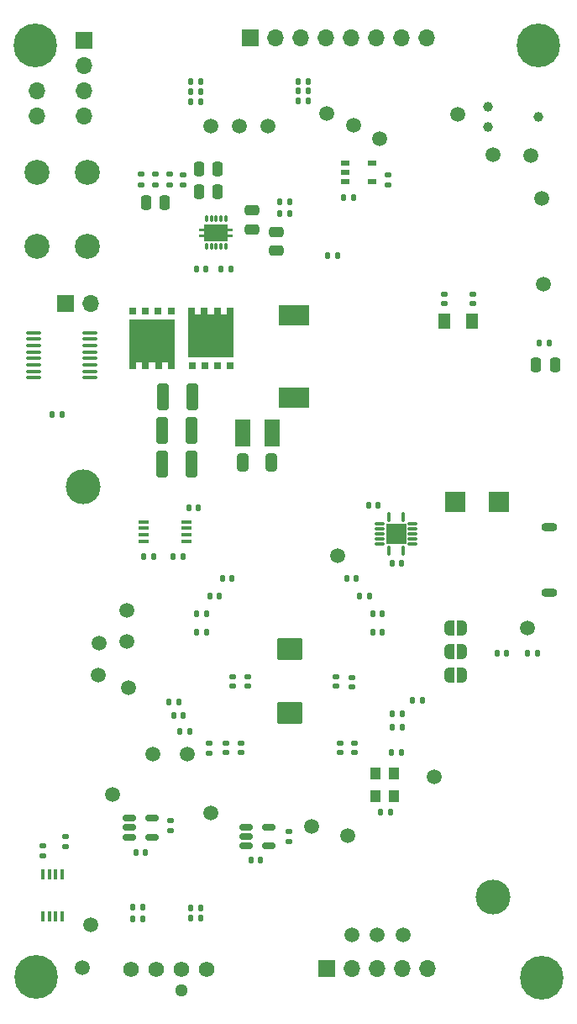
<source format=gbr>
%TF.GenerationSoftware,KiCad,Pcbnew,7.0.6-0*%
%TF.CreationDate,2023-08-11T12:33:22-04:00*%
%TF.ProjectId,bitaxeMax,62697461-7865-44d6-9178-2e6b69636164,rev?*%
%TF.SameCoordinates,Original*%
%TF.FileFunction,Soldermask,Top*%
%TF.FilePolarity,Negative*%
%FSLAX46Y46*%
G04 Gerber Fmt 4.6, Leading zero omitted, Abs format (unit mm)*
G04 Created by KiCad (PCBNEW 7.0.6-0) date 2023-08-11 12:33:22*
%MOMM*%
%LPD*%
G01*
G04 APERTURE LIST*
G04 Aperture macros list*
%AMRoundRect*
0 Rectangle with rounded corners*
0 $1 Rounding radius*
0 $2 $3 $4 $5 $6 $7 $8 $9 X,Y pos of 4 corners*
0 Add a 4 corners polygon primitive as box body*
4,1,4,$2,$3,$4,$5,$6,$7,$8,$9,$2,$3,0*
0 Add four circle primitives for the rounded corners*
1,1,$1+$1,$2,$3*
1,1,$1+$1,$4,$5*
1,1,$1+$1,$6,$7*
1,1,$1+$1,$8,$9*
0 Add four rect primitives between the rounded corners*
20,1,$1+$1,$2,$3,$4,$5,0*
20,1,$1+$1,$4,$5,$6,$7,0*
20,1,$1+$1,$6,$7,$8,$9,0*
20,1,$1+$1,$8,$9,$2,$3,0*%
%AMFreePoly0*
4,1,19,0.500000,-0.750000,0.000000,-0.750000,0.000000,-0.744911,-0.071157,-0.744911,-0.207708,-0.704816,-0.327430,-0.627875,-0.420627,-0.520320,-0.479746,-0.390866,-0.500000,-0.250000,-0.500000,0.250000,-0.479746,0.390866,-0.420627,0.520320,-0.327430,0.627875,-0.207708,0.704816,-0.071157,0.744911,0.000000,0.744911,0.000000,0.750000,0.500000,0.750000,0.500000,-0.750000,0.500000,-0.750000,
$1*%
%AMFreePoly1*
4,1,19,0.000000,0.744911,0.071157,0.744911,0.207708,0.704816,0.327430,0.627875,0.420627,0.520320,0.479746,0.390866,0.500000,0.250000,0.500000,-0.250000,0.479746,-0.390866,0.420627,-0.520320,0.327430,-0.627875,0.207708,-0.704816,0.071157,-0.744911,0.000000,-0.744911,0.000000,-0.750000,-0.500000,-0.750000,-0.500000,0.750000,0.000000,0.750000,0.000000,0.744911,0.000000,0.744911,
$1*%
%AMFreePoly2*
4,1,35,0.005000,-4.560000,0.003536,-4.563536,0.000000,-4.565000,-5.000000,-4.565000,-5.003536,-4.563536,-5.005000,-4.560000,-5.005000,-3.898000,-5.003536,-3.894464,-5.000000,-3.893000,-4.325000,-3.893000,-4.325000,-3.269700,-5.000000,-3.269700,-5.003536,-3.268236,-5.005000,-3.264700,-5.005000,-2.599700,-5.003536,-2.596164,-5.000000,-2.594700,-4.325000,-2.594700,-4.325000,-1.971400,-5.000000,-1.971400,
-5.003536,-1.969936,-5.005000,-1.966400,-5.005000,-1.301400,-5.003536,-1.297864,-5.000000,-1.296400,-4.325000,-1.296400,-4.325000,-0.673100,-5.000000,-0.673100,-5.003536,-0.671636,-5.005000,-0.668100,-5.005000,0.000000,-5.003536,0.003536,-5.000000,0.005000,0.005000,0.005000,0.005000,-4.560000,0.005000,-4.560000,$1*%
%AMFreePoly3*
4,1,45,-0.199646,1.700354,-0.199500,1.700000,-0.199500,1.200500,0.199500,1.200500,0.199500,1.700000,0.199646,1.700354,0.200000,1.700500,0.450000,1.700500,0.450354,1.700354,0.450500,1.700000,0.450500,1.200500,0.825000,1.200500,0.825354,1.200354,0.825500,1.200000,0.825500,-1.200000,0.825354,-1.200354,0.825000,-1.200500,0.450500,-1.200500,0.450500,-1.700000,0.450354,-1.700354,
0.450000,-1.700500,0.200000,-1.700500,0.199646,-1.700354,0.199500,-1.700000,0.199500,-1.200500,-0.199500,-1.200500,-0.199500,-1.700000,-0.199646,-1.700354,-0.200000,-1.700500,-0.450000,-1.700500,-0.450354,-1.700354,-0.450500,-1.700000,-0.450500,-1.200500,-0.825000,-1.200500,-0.825354,-1.200354,-0.825500,-1.200000,-0.825500,1.200000,-0.825354,1.200354,-0.825000,1.200500,-0.450500,1.200500,
-0.450500,1.700000,-0.450354,1.700354,-0.450000,1.700500,-0.200000,1.700500,-0.199646,1.700354,-0.199646,1.700354,$1*%
G04 Aperture macros list end*
%ADD10RoundRect,0.135000X-0.135000X-0.185000X0.135000X-0.185000X0.135000X0.185000X-0.135000X0.185000X0*%
%ADD11RoundRect,0.250000X0.475000X-0.250000X0.475000X0.250000X-0.475000X0.250000X-0.475000X-0.250000X0*%
%ADD12RoundRect,0.140000X0.140000X0.170000X-0.140000X0.170000X-0.140000X-0.170000X0.140000X-0.170000X0*%
%ADD13RoundRect,0.100000X-0.637500X-0.100000X0.637500X-0.100000X0.637500X0.100000X-0.637500X0.100000X0*%
%ADD14RoundRect,0.140000X-0.170000X0.140000X-0.170000X-0.140000X0.170000X-0.140000X0.170000X0.140000X0*%
%ADD15R,2.000000X2.000000*%
%ADD16RoundRect,0.135000X-0.185000X0.135000X-0.185000X-0.135000X0.185000X-0.135000X0.185000X0.135000X0*%
%ADD17C,1.500000*%
%ADD18RoundRect,0.250000X0.250000X0.475000X-0.250000X0.475000X-0.250000X-0.475000X0.250000X-0.475000X0*%
%ADD19FreePoly0,180.000000*%
%ADD20FreePoly1,180.000000*%
%ADD21RoundRect,0.135000X0.135000X0.185000X-0.135000X0.185000X-0.135000X-0.185000X0.135000X-0.185000X0*%
%ADD22C,3.500000*%
%ADD23RoundRect,0.250000X-0.475000X0.250000X-0.475000X-0.250000X0.475000X-0.250000X0.475000X0.250000X0*%
%ADD24RoundRect,0.250000X-0.250000X-0.475000X0.250000X-0.475000X0.250000X0.475000X-0.250000X0.475000X0*%
%ADD25R,1.168400X1.600200*%
%ADD26RoundRect,0.150000X-0.512500X-0.150000X0.512500X-0.150000X0.512500X0.150000X-0.512500X0.150000X0*%
%ADD27RoundRect,0.140000X0.170000X-0.140000X0.170000X0.140000X-0.170000X0.140000X-0.170000X-0.140000X0*%
%ADD28R,0.400000X1.100000*%
%ADD29RoundRect,0.140000X-0.140000X-0.170000X0.140000X-0.170000X0.140000X0.170000X-0.140000X0.170000X0*%
%ADD30O,1.700000X1.700000*%
%ADD31RoundRect,0.007800X-0.122200X0.442200X-0.122200X-0.442200X0.122200X-0.442200X0.122200X0.442200X0*%
%ADD32RoundRect,0.007800X-0.442200X-0.122200X0.442200X-0.122200X0.442200X0.122200X-0.442200X0.122200X0*%
%ADD33R,2.050000X2.050000*%
%ADD34R,3.100000X2.000000*%
%ADD35RoundRect,0.135000X0.185000X-0.135000X0.185000X0.135000X-0.185000X0.135000X-0.185000X-0.135000X0*%
%ADD36C,0.700000*%
%ADD37C,4.400000*%
%ADD38R,1.100000X0.400000*%
%ADD39RoundRect,0.250000X-1.025000X0.875000X-1.025000X-0.875000X1.025000X-0.875000X1.025000X0.875000X0*%
%ADD40R,0.700000X0.800000*%
%ADD41FreePoly2,270.000000*%
%ADD42RoundRect,0.007874X-0.112126X0.292126X-0.112126X-0.292126X0.112126X-0.292126X0.112126X0.292126X0*%
%ADD43C,0.400000*%
%ADD44FreePoly3,270.000000*%
%ADD45R,1.600000X2.700000*%
%ADD46FreePoly2,90.000000*%
%ADD47RoundRect,0.250000X-0.325000X-1.100000X0.325000X-1.100000X0.325000X1.100000X-0.325000X1.100000X0*%
%ADD48R,1.100000X1.300000*%
%ADD49RoundRect,0.250000X0.325000X0.650000X-0.325000X0.650000X-0.325000X-0.650000X0.325000X-0.650000X0*%
%ADD50R,0.952500X0.558800*%
%ADD51C,1.295400*%
%ADD52C,1.574800*%
%ADD53R,1.700000X1.700000*%
%ADD54C,2.520000*%
%ADD55C,0.990600*%
%ADD56O,1.600200X0.914400*%
G04 APERTURE END LIST*
D10*
%TO.C,R26*%
X95600000Y-55220000D03*
X96620000Y-55220000D03*
%TD*%
D11*
%TO.C,C43*%
X104265600Y-71247800D03*
X104265600Y-69347800D03*
%TD*%
D12*
%TO.C,C19*%
X116860000Y-102703600D03*
X115900000Y-102703600D03*
%TD*%
D13*
%TO.C,U8*%
X79777500Y-79495000D03*
X79777500Y-80145000D03*
X79777500Y-80795000D03*
X79777500Y-81445000D03*
X79777500Y-82095000D03*
X79777500Y-82745000D03*
X79777500Y-83395000D03*
X79777500Y-84045000D03*
X85502500Y-84045000D03*
X85502500Y-83395000D03*
X85502500Y-82745000D03*
X85502500Y-82095000D03*
X85502500Y-81445000D03*
X85502500Y-80795000D03*
X85502500Y-80145000D03*
X85502500Y-79495000D03*
%TD*%
D14*
%TO.C,C7*%
X99820000Y-114150000D03*
X99820000Y-115110000D03*
%TD*%
D15*
%TO.C,D1*%
X122260000Y-96520000D03*
X126660000Y-96520000D03*
%TD*%
D10*
%TO.C,R7*%
X93400000Y-116670000D03*
X94420000Y-116670000D03*
%TD*%
D16*
%TO.C,R13*%
X90649600Y-63569000D03*
X90649600Y-64589000D03*
%TD*%
D17*
%TO.C,TP26*%
X100520000Y-58700000D03*
%TD*%
D12*
%TO.C,C1*%
X115730000Y-127810000D03*
X114770000Y-127810000D03*
%TD*%
D18*
%TO.C,C41*%
X98355400Y-63005800D03*
X96455400Y-63005800D03*
%TD*%
D17*
%TO.C,TP19*%
X131156000Y-74610000D03*
%TD*%
D19*
%TO.C,JP2*%
X123010000Y-111640000D03*
D20*
X121710000Y-111640000D03*
%TD*%
D21*
%TO.C,R1*%
X119000000Y-116520000D03*
X117980000Y-116520000D03*
%TD*%
D12*
%TO.C,C3*%
X114920000Y-107790000D03*
X113960000Y-107790000D03*
%TD*%
D22*
%TO.C,H6*%
X84764000Y-94984000D03*
%TD*%
D23*
%TO.C,C38*%
X101783000Y-67211600D03*
X101783000Y-69111600D03*
%TD*%
D17*
%TO.C,TP5*%
X111440000Y-130160000D03*
%TD*%
D10*
%TO.C,R27*%
X106450000Y-55180000D03*
X107470000Y-55180000D03*
%TD*%
D14*
%TO.C,C25*%
X105540000Y-129760000D03*
X105540000Y-130720000D03*
%TD*%
D24*
%TO.C,C45*%
X91120000Y-66420000D03*
X93020000Y-66420000D03*
%TD*%
D25*
%TO.C,Y1*%
X124017400Y-78349000D03*
X121172600Y-78349000D03*
%TD*%
D17*
%TO.C,TP16*%
X85570000Y-139110000D03*
%TD*%
%TO.C,TP15*%
X84690000Y-143470000D03*
%TD*%
D26*
%TO.C,U5*%
X89482500Y-128390000D03*
X89482500Y-129340000D03*
X89482500Y-130290000D03*
X91757500Y-130290000D03*
X91757500Y-128390000D03*
%TD*%
D24*
%TO.C,C51*%
X130440000Y-82740000D03*
X132340000Y-82740000D03*
%TD*%
D17*
%TO.C,TP23*%
X122556000Y-57528000D03*
%TD*%
D16*
%TO.C,R6*%
X97500000Y-120830000D03*
X97500000Y-121850000D03*
%TD*%
D17*
%TO.C,TP30*%
X114630000Y-59948000D03*
%TD*%
D26*
%TO.C,U6*%
X101182500Y-129290000D03*
X101182500Y-130240000D03*
X101182500Y-131190000D03*
X103457500Y-131190000D03*
X103457500Y-129290000D03*
%TD*%
D17*
%TO.C,TP31*%
X129540000Y-109220000D03*
%TD*%
D22*
%TO.C,H5*%
X126130000Y-136350000D03*
%TD*%
D12*
%TO.C,C50*%
X127480000Y-111760000D03*
X126520000Y-111760000D03*
%TD*%
D27*
%TO.C,C4*%
X110660000Y-121800000D03*
X110660000Y-120840000D03*
%TD*%
D28*
%TO.C,U7*%
X82655000Y-134030000D03*
X82005000Y-134030000D03*
X81355000Y-134030000D03*
X80705000Y-134030000D03*
X80705000Y-138330000D03*
X81355000Y-138330000D03*
X82005000Y-138330000D03*
X82655000Y-138330000D03*
%TD*%
D12*
%TO.C,C12*%
X99780000Y-104240000D03*
X98820000Y-104240000D03*
%TD*%
D29*
%TO.C,C52*%
X130790000Y-80550000D03*
X131750000Y-80550000D03*
%TD*%
D19*
%TO.C,JP3*%
X123010000Y-114030000D03*
D20*
X121710000Y-114030000D03*
%TD*%
D10*
%TO.C,R29*%
X106450000Y-56190000D03*
X107470000Y-56190000D03*
%TD*%
D27*
%TO.C,C30*%
X124043000Y-76576000D03*
X124043000Y-75616000D03*
%TD*%
D30*
%TO.C,*%
X80110000Y-55129000D03*
%TD*%
D31*
%TO.C,U2*%
X115580000Y-98098600D03*
D32*
X114645000Y-98783600D03*
X114645000Y-99283600D03*
X114645000Y-99783600D03*
X114645000Y-100283600D03*
X114645000Y-100783600D03*
D31*
X115580000Y-101468600D03*
X117080000Y-101468600D03*
D32*
X118015000Y-100783600D03*
X118015000Y-100283600D03*
X118015000Y-99783600D03*
X118015000Y-99283600D03*
X118015000Y-98783600D03*
D31*
X117080000Y-98098600D03*
D33*
X116330000Y-99783600D03*
%TD*%
D16*
%TO.C,R10*%
X94828800Y-63573600D03*
X94828800Y-64593600D03*
%TD*%
D17*
%TO.C,TP17*%
X131044000Y-65978000D03*
%TD*%
D34*
%TO.C,L1*%
X106000600Y-77761400D03*
X106000600Y-86081400D03*
%TD*%
D35*
%TO.C,R15*%
X93465000Y-64589000D03*
X93465000Y-63569000D03*
%TD*%
D17*
%TO.C,TP29*%
X112020000Y-58630000D03*
%TD*%
D12*
%TO.C,C15*%
X98490000Y-106040000D03*
X97530000Y-106040000D03*
%TD*%
D17*
%TO.C,TP32*%
X95310000Y-121910000D03*
%TD*%
D36*
%TO.C,H4*%
X78337000Y-50603000D03*
X78820274Y-49436274D03*
X78820274Y-51769726D03*
X79987000Y-48953000D03*
D37*
X79987000Y-50603000D03*
D36*
X79987000Y-52253000D03*
X81153726Y-49436274D03*
X81153726Y-51769726D03*
X81637000Y-50603000D03*
%TD*%
D21*
%TO.C,R16*%
X94840000Y-102040000D03*
X93820000Y-102040000D03*
%TD*%
D17*
%TO.C,TP28*%
X109370000Y-57428000D03*
%TD*%
D12*
%TO.C,C32*%
X94900000Y-118050000D03*
X93940000Y-118050000D03*
%TD*%
D27*
%TO.C,C16*%
X100710000Y-121800000D03*
X100710000Y-120840000D03*
%TD*%
D21*
%TO.C,R3*%
X116920000Y-117890000D03*
X115900000Y-117890000D03*
%TD*%
D14*
%TO.C,C49*%
X115489000Y-63645000D03*
X115489000Y-64605000D03*
%TD*%
D36*
%TO.C,H3*%
X129330000Y-144470000D03*
X129813274Y-143303274D03*
X129813274Y-145636726D03*
X130980000Y-142820000D03*
D37*
X130980000Y-144470000D03*
D36*
X130980000Y-146120000D03*
X132146726Y-143303274D03*
X132146726Y-145636726D03*
X132630000Y-144470000D03*
%TD*%
D17*
%TO.C,TP12*%
X89350000Y-115300000D03*
%TD*%
D29*
%TO.C,C18*%
X96250000Y-109680000D03*
X97210000Y-109680000D03*
%TD*%
D17*
%TO.C,TP18*%
X129881000Y-61664000D03*
%TD*%
D18*
%TO.C,C40*%
X98333000Y-65268000D03*
X96433000Y-65268000D03*
%TD*%
D38*
%TO.C,U10*%
X90890000Y-98565000D03*
X90890000Y-99215000D03*
X90890000Y-99865000D03*
X90890000Y-100515000D03*
X95190000Y-100515000D03*
X95190000Y-99865000D03*
X95190000Y-99215000D03*
X95190000Y-98565000D03*
%TD*%
D29*
%TO.C,C39*%
X104635400Y-67480800D03*
X105595400Y-67480800D03*
%TD*%
D27*
%TO.C,C31*%
X121159000Y-76585000D03*
X121159000Y-75625000D03*
%TD*%
D17*
%TO.C,TP8*%
X86310000Y-114030000D03*
%TD*%
%TO.C,TP24*%
X110430000Y-101963600D03*
%TD*%
D12*
%TO.C,C35*%
X82650000Y-87720000D03*
X81690000Y-87720000D03*
%TD*%
D17*
%TO.C,TP6*%
X89200000Y-107450000D03*
%TD*%
D14*
%TO.C,C10*%
X110280000Y-114170000D03*
X110280000Y-115130000D03*
%TD*%
D17*
%TO.C,TP27*%
X103400000Y-58710000D03*
%TD*%
D14*
%TO.C,C11*%
X101370000Y-114140000D03*
X101370000Y-115100000D03*
%TD*%
D16*
%TO.C,R14*%
X92057300Y-63569000D03*
X92057300Y-64589000D03*
%TD*%
D10*
%TO.C,R11*%
X104604000Y-66292000D03*
X105624000Y-66292000D03*
%TD*%
D27*
%TO.C,C14*%
X99190000Y-121800000D03*
X99190000Y-120840000D03*
%TD*%
D36*
%TO.C,H2*%
X129033000Y-50604000D03*
X129516274Y-49437274D03*
X129516274Y-51770726D03*
X130683000Y-48954000D03*
D37*
X130683000Y-50604000D03*
D36*
X130683000Y-52254000D03*
X131849726Y-49437274D03*
X131849726Y-51770726D03*
X132333000Y-50604000D03*
%TD*%
D39*
%TO.C,C13*%
X105600000Y-111360000D03*
X105600000Y-117760000D03*
%TD*%
D36*
%TO.C,H1*%
X78370000Y-144380000D03*
X78853274Y-143213274D03*
X78853274Y-145546726D03*
X80020000Y-142730000D03*
D37*
X80020000Y-144380000D03*
D36*
X80020000Y-146030000D03*
X81186726Y-143213274D03*
X81186726Y-145546726D03*
X81670000Y-144380000D03*
%TD*%
D17*
%TO.C,TP11*%
X91810000Y-121920000D03*
%TD*%
D40*
%TO.C,Q2*%
X95751600Y-82862700D03*
X97049900Y-82862700D03*
X98313300Y-82862700D03*
X99611600Y-82862700D03*
D41*
X99961600Y-81957700D03*
%TD*%
D17*
%TO.C,TP1*%
X120190000Y-124230000D03*
%TD*%
D27*
%TO.C,C33*%
X82970000Y-131240000D03*
X82970000Y-130280000D03*
%TD*%
D17*
%TO.C,TP3*%
X114410000Y-140150000D03*
%TD*%
D29*
%TO.C,C44*%
X95450000Y-97140000D03*
X96410000Y-97140000D03*
%TD*%
D42*
%TO.C,U9*%
X99201691Y-68022200D03*
X98701691Y-68022200D03*
X98171691Y-68022200D03*
X97701691Y-68022200D03*
X97201691Y-68022200D03*
X97201691Y-70822200D03*
X97701691Y-70822200D03*
X98201691Y-70822200D03*
X98701691Y-70822200D03*
X99201691Y-70822200D03*
D43*
X98201691Y-68847200D03*
X99151691Y-69422200D03*
D44*
X98201691Y-69422200D03*
D43*
X97251691Y-69422200D03*
X98201691Y-69997200D03*
%TD*%
D10*
%TO.C,R36*%
X95580000Y-138500000D03*
X96600000Y-138500000D03*
%TD*%
D17*
%TO.C,TP25*%
X97680000Y-58680000D03*
%TD*%
D29*
%TO.C,C22*%
X90120000Y-131850000D03*
X91080000Y-131850000D03*
%TD*%
D12*
%TO.C,C6*%
X113620000Y-106030000D03*
X112660000Y-106030000D03*
%TD*%
D45*
%TO.C,C46*%
X103851600Y-89640200D03*
X100851600Y-89640200D03*
%TD*%
D40*
%TO.C,Q1*%
X93649887Y-77313864D03*
X92351587Y-77313864D03*
X91088187Y-77313864D03*
X89789887Y-77313864D03*
D46*
X89439887Y-78218864D03*
%TD*%
D10*
%TO.C,R25*%
X89810000Y-138540000D03*
X90830000Y-138540000D03*
%TD*%
D17*
%TO.C,TP10*%
X87760000Y-126010000D03*
%TD*%
D10*
%TO.C,R17*%
X90910000Y-102040000D03*
X91930000Y-102040000D03*
%TD*%
D29*
%TO.C,C42*%
X96189800Y-73128000D03*
X97149800Y-73128000D03*
%TD*%
D21*
%TO.C,R20*%
X130560000Y-111760000D03*
X129540000Y-111760000D03*
%TD*%
D17*
%TO.C,TP7*%
X89180000Y-110620000D03*
%TD*%
D47*
%TO.C,C34*%
X92806600Y-85970200D03*
X95756600Y-85970200D03*
%TD*%
D17*
%TO.C,TP4*%
X117040000Y-140190000D03*
%TD*%
D48*
%TO.C,U1*%
X116140000Y-126170000D03*
X116140000Y-123870000D03*
X114240000Y-123870000D03*
X114240000Y-126170000D03*
%TD*%
D17*
%TO.C,TP13*%
X97670000Y-127850000D03*
%TD*%
D10*
%TO.C,R12*%
X98650200Y-73123400D03*
X99670200Y-73123400D03*
%TD*%
D21*
%TO.C,R4*%
X110465000Y-71760000D03*
X109445000Y-71760000D03*
%TD*%
D29*
%TO.C,C2*%
X113960000Y-109650000D03*
X114920000Y-109650000D03*
%TD*%
D21*
%TO.C,R24*%
X90800000Y-137350000D03*
X89780000Y-137350000D03*
%TD*%
D29*
%TO.C,C23*%
X101730000Y-132610000D03*
X102690000Y-132610000D03*
%TD*%
D30*
%TO.C,*%
X80110000Y-57669000D03*
%TD*%
D27*
%TO.C,C5*%
X112160000Y-121800000D03*
X112160000Y-120840000D03*
%TD*%
D17*
%TO.C,TP9*%
X86350000Y-110750000D03*
%TD*%
D21*
%TO.C,R2*%
X116890000Y-121740000D03*
X115870000Y-121740000D03*
%TD*%
D35*
%TO.C,R9*%
X80700000Y-132210000D03*
X80700000Y-131190000D03*
%TD*%
D12*
%TO.C,C17*%
X97210000Y-107780000D03*
X96250000Y-107780000D03*
%TD*%
D19*
%TO.C,JP1*%
X123010000Y-109220000D03*
D20*
X121710000Y-109220000D03*
%TD*%
D10*
%TO.C,R22*%
X106450000Y-54180000D03*
X107470000Y-54180000D03*
%TD*%
D12*
%TO.C,C8*%
X112290000Y-104240000D03*
X111330000Y-104240000D03*
%TD*%
D29*
%TO.C,C29*%
X95640000Y-137410000D03*
X96600000Y-137410000D03*
%TD*%
D17*
%TO.C,TP14*%
X107830000Y-129200000D03*
%TD*%
D29*
%TO.C,C27*%
X111051000Y-65931000D03*
X112011000Y-65931000D03*
%TD*%
D17*
%TO.C,TP22*%
X126093000Y-61620000D03*
%TD*%
%TO.C,TP2*%
X111890000Y-140150000D03*
%TD*%
D12*
%TO.C,C20*%
X114490000Y-96873600D03*
X113530000Y-96873600D03*
%TD*%
D10*
%TO.C,R21*%
X95600000Y-54220000D03*
X96620000Y-54220000D03*
%TD*%
D49*
%TO.C,C47*%
X103786600Y-92610200D03*
X100836600Y-92610200D03*
%TD*%
D14*
%TO.C,C24*%
X93630000Y-128670000D03*
X93630000Y-129630000D03*
%TD*%
D21*
%TO.C,R5*%
X116920000Y-119250000D03*
X115900000Y-119250000D03*
%TD*%
D47*
%TO.C,C36*%
X92766600Y-89380200D03*
X95716600Y-89380200D03*
%TD*%
D14*
%TO.C,C9*%
X111870000Y-114230000D03*
X111870000Y-115190000D03*
%TD*%
D50*
%TO.C,U11*%
X111185050Y-62440200D03*
X111185050Y-63380000D03*
X111185050Y-64319800D03*
X113940950Y-64319800D03*
X113940950Y-62440200D03*
%TD*%
D47*
%TO.C,C37*%
X92766600Y-92740200D03*
X95716600Y-92740200D03*
%TD*%
D10*
%TO.C,R28*%
X95600000Y-56220000D03*
X96620000Y-56220000D03*
%TD*%
D21*
%TO.C,R8*%
X95500000Y-119670000D03*
X94480000Y-119670000D03*
%TD*%
D51*
%TO.C,J4*%
X94701000Y-145782001D03*
D52*
X89621000Y-143622000D03*
X92161000Y-143622000D03*
X94701000Y-143622000D03*
X97241000Y-143622000D03*
%TD*%
D53*
%TO.C,J9*%
X84859000Y-50049000D03*
D30*
X84859000Y-52589000D03*
X84859000Y-55129000D03*
X84859000Y-57669000D03*
%TD*%
D54*
%TO.C,J2*%
X85190000Y-63390000D03*
X80110000Y-63390000D03*
%TD*%
%TO.C,J1*%
X85190000Y-70810000D03*
X80110000Y-70810000D03*
%TD*%
D53*
%TO.C,J6*%
X101626000Y-49799000D03*
D30*
X104166000Y-49799000D03*
X106706000Y-49799000D03*
X109246000Y-49799000D03*
X111786000Y-49799000D03*
X114326000Y-49799000D03*
X116866000Y-49799000D03*
X119406000Y-49799000D03*
%TD*%
D53*
%TO.C,J7*%
X83000000Y-76540000D03*
D30*
X85540000Y-76540000D03*
%TD*%
D53*
%TO.C,J3*%
X109350000Y-143580000D03*
D30*
X111890000Y-143580000D03*
X114430000Y-143580000D03*
X116970000Y-143580000D03*
X119510000Y-143580000D03*
%TD*%
D55*
%TO.C,J5*%
X130670000Y-57730000D03*
X125590000Y-58746000D03*
X125590000Y-56714000D03*
%TD*%
D56*
%TO.C,USB1*%
X131737000Y-99060000D03*
X131737000Y-105659996D03*
%TD*%
M02*

</source>
